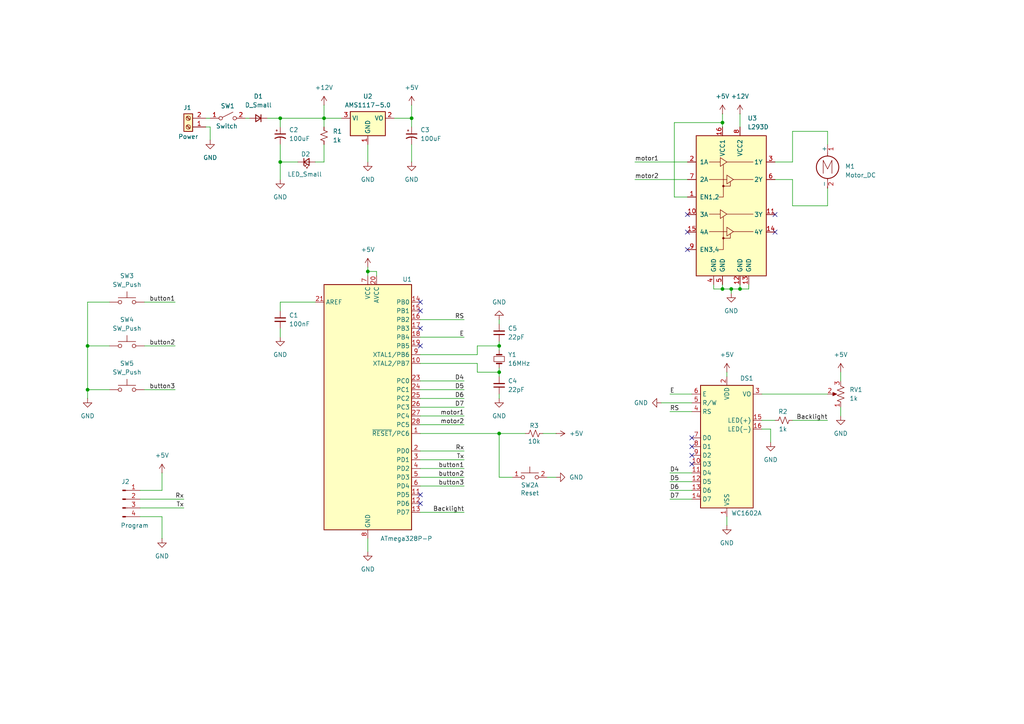
<source format=kicad_sch>
(kicad_sch (version 20231120) (generator "eeschema") (generator_version "8.0")
  (paper "A4")
  (lib_symbols
    (symbol "Connector:Conn_01x04_Pin" (pin_names (offset 1.016) hide)
      (property "Reference" "J" (at 0 5.08 0))
      (property "Value" "Conn_01x04_Pin" (at 0 -7.62 0))
      (symbol "Conn_01x04_Pin_1_1"
        (polyline (pts (xy 1.27 -5.08) (xy 0.8636 -5.08)) (stroke (width 0.1524)))
        (polyline (pts (xy 1.27 -2.54) (xy 0.8636 -2.54)) (stroke (width 0.1524)))
        (polyline (pts (xy 1.27 0) (xy 0.8636 0)) (stroke (width 0.1524)))
        (polyline (pts (xy 1.27 2.54) (xy 0.8636 2.54)) (stroke (width 0.1524)))
        (rectangle (start 0.8636 -4.953) (end 0 -5.207) (stroke (width 0.1524)) (fill (type outline)))
        (rectangle (start 0.8636 -2.413) (end 0 -2.667) (stroke (width 0.1524)) (fill (type outline)))
        (rectangle (start 0.8636 0.127) (end 0 -0.127) (stroke (width 0.1524)) (fill (type outline)))
        (rectangle (start 0.8636 2.667) (end 0 2.413) (stroke (width 0.1524)) (fill (type outline)))
        (pin passive line (at 5.08 2.54 180) (length 3.81) (name "Pin_1") (number "1"))
        (pin passive line (at 5.08 0 180) (length 3.81) (name "Pin_2") (number "2"))
        (pin passive line (at 5.08 -2.54 180) (length 3.81) (name "Pin_3") (number "3"))
        (pin passive line (at 5.08 -5.08 180) (length 3.81) (name "Pin_4") (number "4"))
      )
    )
    (symbol "Connector:Screw_Terminal_01x02" (pin_names (offset 1.016) hide)
      (property "Reference" "J" (at 0 2.54 0))
      (property "Value" "Screw_Terminal_01x02" (at 0 -5.08 0))
      (symbol "Screw_Terminal_01x02_1_1"
        (rectangle (start -1.27 1.27) (end 1.27 -3.81) (stroke (width 0.254)) (fill (type background)))
        (circle (center 0 -2.54) (radius 0.635) (stroke (width 0.1524)))
        (polyline (pts (xy -0.5334 -2.2098) (xy 0.3302 -3.048)) (stroke (width 0.1524)))
        (polyline (pts (xy -0.5334 0.3302) (xy 0.3302 -0.508)) (stroke (width 0.1524)))
        (polyline (pts (xy -0.3556 -2.032) (xy 0.508 -2.8702)) (stroke (width 0.1524)))
        (polyline (pts (xy -0.3556 0.508) (xy 0.508 -0.3302)) (stroke (width 0.1524)))
        (circle (center 0 0) (radius 0.635) (stroke (width 0.1524)))
        (pin passive line (at -5.08 0 0) (length 3.81) (name "Pin_1") (number "1"))
        (pin passive line (at -5.08 -2.54 0) (length 3.81) (name "Pin_2") (number "2"))
      )
    )
    (symbol "Device:C_Polarized_Small_US" (pin_numbers hide) (pin_names (offset 0.254) hide)
      (property "Reference" "C" (at 0.254 1.778 0))
      (property "Value" "C_Polarized_Small_US" (at 0.254 -2.032 0))
      (symbol "C_Polarized_Small_US_0_1"
        (polyline (pts (xy -1.524 0.508) (xy 1.524 0.508)) (stroke (width 0.3048)))
        (polyline (pts (xy -1.27 1.524) (xy -0.762 1.524)))
        (polyline (pts (xy -1.016 1.27) (xy -1.016 1.778)))
        (arc (start 1.524 -0.762) (mid 0 -0.3734) (end -1.524 -0.762) (stroke (width 0.3048)))
      )
      (symbol "C_Polarized_Small_US_1_1"
        (pin passive line (at 0 2.54 270) (length 2.032) (name "~") (number "1"))
        (pin passive line (at 0 -2.54 90) (length 2.032) (name "~") (number "2"))
      )
    )
    (symbol "Device:C_Small" (pin_numbers hide) (pin_names (offset 0.254) hide)
      (property "Reference" "C" (at 0.254 1.778 0))
      (property "Value" "C_Small" (at 0.254 -2.032 0))
      (symbol "C_Small_0_1"
        (polyline (pts (xy -1.524 -0.508) (xy 1.524 -0.508)) (stroke (width 0.3302)))
        (polyline (pts (xy -1.524 0.508) (xy 1.524 0.508)) (stroke (width 0.3048)))
      )
      (symbol "C_Small_1_1"
        (pin passive line (at 0 2.54 270) (length 2.032) (name "~") (number "1"))
        (pin passive line (at 0 -2.54 90) (length 2.032) (name "~") (number "2"))
      )
    )
    (symbol "Device:Crystal_Small" (pin_numbers hide) (pin_names (offset 1.016) hide)
      (property "Reference" "Y" (at 0 2.54 0))
      (property "Value" "Crystal_Small" (at 0 -2.54 0))
      (symbol "Crystal_Small_0_1"
        (rectangle (start -0.762 -1.524) (end 0.762 1.524))
        (polyline (pts (xy -1.27 -0.762) (xy -1.27 0.762)) (stroke (width 0.381)))
        (polyline (pts (xy 1.27 -0.762) (xy 1.27 0.762)) (stroke (width 0.381)))
      )
      (symbol "Crystal_Small_1_1"
        (pin passive line (at -2.54 0 0) (length 1.27) (name "1") (number "1"))
        (pin passive line (at 2.54 0 180) (length 1.27) (name "2") (number "2"))
      )
    )
    (symbol "Device:D_Small" (pin_numbers hide) (pin_names (offset 0.254) hide)
      (property "Reference" "D" (at -1.27 2.032 0))
      (property "Value" "D_Small" (at -3.81 -2.032 0))
      (symbol "D_Small_0_1"
        (polyline (pts (xy -0.762 -1.016) (xy -0.762 1.016)) (stroke (width 0.254)))
        (polyline (pts (xy -0.762 0) (xy 0.762 0)))
        (polyline (pts (xy 0.762 -1.016) (xy -0.762 0) (xy 0.762 1.016) (xy 0.762 -1.016)) (stroke (width 0.254)))
      )
      (symbol "D_Small_1_1"
        (pin passive line (at -2.54 0 0) (length 1.778) (name "K") (number "1"))
        (pin passive line (at 2.54 0 180) (length 1.778) (name "A") (number "2"))
      )
    )
    (symbol "Device:LED_Small" (pin_numbers hide) (pin_names (offset 0.254) hide)
      (property "Reference" "D" (at -1.27 3.175 0))
      (property "Value" "LED_Small" (at -4.445 -2.54 0))
      (symbol "LED_Small_0_1"
        (polyline (pts (xy -0.762 -1.016) (xy -0.762 1.016)) (stroke (width 0.254)))
        (polyline (pts (xy 1.016 0) (xy -0.762 0)))
        (polyline (pts (xy 0.762 -1.016) (xy -0.762 0) (xy 0.762 1.016) (xy 0.762 -1.016)) (stroke (width 0.254)))
        (polyline (pts (xy 0 0.762) (xy -0.508 1.27) (xy -0.254 1.27) (xy -0.508 1.27) (xy -0.508 1.016)))
        (polyline (pts (xy 0.508 1.27) (xy 0 1.778) (xy 0.254 1.778) (xy 0 1.778) (xy 0 1.524)))
      )
      (symbol "LED_Small_1_1"
        (pin passive line (at -2.54 0 0) (length 1.778) (name "K") (number "1"))
        (pin passive line (at 2.54 0 180) (length 1.778) (name "A") (number "2"))
      )
    )
    (symbol "Device:R_Potentiometer_US" (pin_names (offset 1.016) hide)
      (property "Reference" "RV" (at -4.445 0 90))
      (property "Value" "R_Potentiometer_US" (at -2.54 0 90))
      (symbol "R_Potentiometer_US_0_1"
        (polyline (pts (xy 0 -2.286) (xy 0 -2.54)))
        (polyline (pts (xy 0 2.54) (xy 0 2.286)))
        (polyline (pts (xy 2.54 0) (xy 1.524 0)))
        (polyline (pts (xy 1.143 0) (xy 2.286 0.508) (xy 2.286 -0.508) (xy 1.143 0)) (fill (type outline)))
        (polyline (pts (xy 0 -0.762) (xy 1.016 -1.143) (xy 0 -1.524) (xy -1.016 -1.905) (xy 0 -2.286)))
        (polyline (pts (xy 0 0.762) (xy 1.016 0.381) (xy 0 0) (xy -1.016 -0.381) (xy 0 -0.762)))
        (polyline (pts (xy 0 2.286) (xy 1.016 1.905) (xy 0 1.524) (xy -1.016 1.143) (xy 0 0.762)))
      )
      (symbol "R_Potentiometer_US_1_1"
        (pin passive line (at 0 3.81 270) (length 1.27) (name "1") (number "1"))
        (pin passive line (at 3.81 0 180) (length 1.27) (name "2") (number "2"))
        (pin passive line (at 0 -3.81 90) (length 1.27) (name "3") (number "3"))
      )
    )
    (symbol "Device:R_Small_US" (pin_numbers hide) (pin_names (offset 0.254) hide)
      (property "Reference" "R" (at 0.762 0.508 0))
      (property "Value" "R_Small_US" (at 0.762 -1.016 0))
      (symbol "R_Small_US_1_1"
        (polyline (pts (xy 0 0) (xy 1.016 -0.381) (xy 0 -0.762) (xy -1.016 -1.143) (xy 0 -1.524)))
        (polyline (pts (xy 0 1.524) (xy 1.016 1.143) (xy 0 0.762) (xy -1.016 0.381) (xy 0 0)))
        (pin passive line (at 0 2.54 270) (length 1.016) (name "~") (number "1"))
        (pin passive line (at 0 -2.54 90) (length 1.016) (name "~") (number "2"))
      )
    )
    (symbol "Display_Character:WC1602A"
      (property "Reference" "DS" (at -5.842 19.05 0))
      (property "Value" "WC1602A" (at 5.334 19.05 0))
      (symbol "WC1602A_1_1"
        (rectangle (start -7.62 17.78) (end 7.62 -17.78) (stroke (width 0.254)) (fill (type background)))
        (pin power_in line (at 0 -20.32 90) (length 2.54) (name "VSS") (number "1"))
        (pin input line (at -10.16 -5.08 0) (length 2.54) (name "D3") (number "10"))
        (pin input line (at -10.16 -7.62 0) (length 2.54) (name "D4") (number "11"))
        (pin input line (at -10.16 -10.16 0) (length 2.54) (name "D5") (number "12"))
        (pin input line (at -10.16 -12.7 0) (length 2.54) (name "D6") (number "13"))
        (pin input line (at -10.16 -15.24 0) (length 2.54) (name "D7") (number "14"))
        (pin power_in line (at 10.16 7.62 180) (length 2.54) (name "LED(+)") (number "15"))
        (pin power_in line (at 10.16 5.08 180) (length 2.54) (name "LED(-)") (number "16"))
        (pin power_in line (at 0 20.32 270) (length 2.54) (name "VDD") (number "2"))
        (pin input line (at 10.16 15.24 180) (length 2.54) (name "VO") (number "3"))
        (pin input line (at -10.16 10.16 0) (length 2.54) (name "RS") (number "4"))
        (pin input line (at -10.16 12.7 0) (length 2.54) (name "R/W") (number "5"))
        (pin input line (at -10.16 15.24 0) (length 2.54) (name "E") (number "6"))
        (pin input line (at -10.16 2.54 0) (length 2.54) (name "D0") (number "7"))
        (pin input line (at -10.16 0 0) (length 2.54) (name "D1") (number "8"))
        (pin input line (at -10.16 -2.54 0) (length 2.54) (name "D2") (number "9"))
      )
    )
    (symbol "Driver_Motor:L293D" (pin_names (offset 1.016))
      (property "Reference" "U" (at -5.08 26.035 0))
      (property "Value" "L293D" (at -5.08 24.13 0))
      (symbol "L293D_0_1"
        (rectangle (start -10.16 22.86) (end 10.16 -17.78) (stroke (width 0.254)) (fill (type background)))
        (circle (center -2.286 -6.858) (radius 0.254) (fill (type outline)))
        (circle (center -2.286 8.255) (radius 0.254) (fill (type outline)))
        (polyline (pts (xy -6.35 -4.953) (xy -1.27 -4.953)))
        (polyline (pts (xy -6.35 0.127) (xy -3.175 0.127)))
        (polyline (pts (xy -6.35 10.16) (xy -1.27 10.16)))
        (polyline (pts (xy -6.35 15.24) (xy -3.175 15.24)))
        (polyline (pts (xy -1.27 0.127) (xy 6.35 0.127)))
        (polyline (pts (xy -1.27 15.24) (xy 6.35 15.24)))
        (polyline (pts (xy 0.635 -4.953) (xy 6.35 -4.953)))
        (polyline (pts (xy 0.635 10.16) (xy 6.35 10.16)))
        (polyline (pts (xy -2.286 -6.858) (xy -0.254 -6.858) (xy -0.254 -5.588)))
        (polyline (pts (xy -2.286 -0.635) (xy -2.286 -10.16) (xy -3.556 -10.16)))
        (polyline (pts (xy -2.286 8.255) (xy -0.254 8.255) (xy -0.254 9.525)))
        (polyline (pts (xy -2.286 14.478) (xy -2.286 5.08) (xy -3.556 5.08)))
        (polyline (pts (xy -3.175 1.397) (xy -3.175 -1.143) (xy -1.27 0.127) (xy -3.175 1.397)))
        (polyline (pts (xy -3.175 16.51) (xy -3.175 13.97) (xy -1.27 15.24) (xy -3.175 16.51)))
        (polyline (pts (xy -1.27 -3.683) (xy -1.27 -6.223) (xy 0.635 -4.953) (xy -1.27 -3.683)))
        (polyline (pts (xy -1.27 11.43) (xy -1.27 8.89) (xy 0.635 10.16) (xy -1.27 11.43)))
      )
      (symbol "L293D_1_1"
        (pin input line (at -12.7 5.08 0) (length 2.54) (name "EN1,2") (number "1"))
        (pin input line (at -12.7 0 0) (length 2.54) (name "3A") (number "10"))
        (pin output line (at 12.7 0 180) (length 2.54) (name "3Y") (number "11"))
        (pin power_in line (at 2.54 -20.32 90) (length 2.54) (name "GND") (number "12"))
        (pin power_in line (at 5.08 -20.32 90) (length 2.54) (name "GND") (number "13"))
        (pin output line (at 12.7 -5.08 180) (length 2.54) (name "4Y") (number "14"))
        (pin input line (at -12.7 -5.08 0) (length 2.54) (name "4A") (number "15"))
        (pin power_in line (at -2.54 25.4 270) (length 2.54) (name "VCC1") (number "16"))
        (pin input line (at -12.7 15.24 0) (length 2.54) (name "1A") (number "2"))
        (pin output line (at 12.7 15.24 180) (length 2.54) (name "1Y") (number "3"))
        (pin power_in line (at -5.08 -20.32 90) (length 2.54) (name "GND") (number "4"))
        (pin power_in line (at -2.54 -20.32 90) (length 2.54) (name "GND") (number "5"))
        (pin output line (at 12.7 10.16 180) (length 2.54) (name "2Y") (number "6"))
        (pin input line (at -12.7 10.16 0) (length 2.54) (name "2A") (number "7"))
        (pin power_in line (at 2.54 25.4 270) (length 2.54) (name "VCC2") (number "8"))
        (pin input line (at -12.7 -10.16 0) (length 2.54) (name "EN3,4") (number "9"))
      )
    )
    (symbol "MCU_Microchip_ATmega:ATmega328P-P"
      (property "Reference" "U" (at -12.7 36.83 0))
      (property "Value" "ATmega328P-P" (at 2.54 -36.83 0))
      (symbol "ATmega328P-P_0_1"
        (rectangle (start -12.7 -35.56) (end 12.7 35.56) (stroke (width 0.254)) (fill (type background)))
      )
      (symbol "ATmega328P-P_1_1"
        (pin bidirectional line (at 15.24 -7.62 180) (length 2.54) (name "~{RESET}/PC6") (number "1"))
        (pin bidirectional line (at 15.24 12.7 180) (length 2.54) (name "XTAL2/PB7") (number "10"))
        (pin bidirectional line (at 15.24 -25.4 180) (length 2.54) (name "PD5") (number "11"))
        (pin bidirectional line (at 15.24 -27.94 180) (length 2.54) (name "PD6") (number "12"))
        (pin bidirectional line (at 15.24 -30.48 180) (length 2.54) (name "PD7") (number "13"))
        (pin bidirectional line (at 15.24 30.48 180) (length 2.54) (name "PB0") (number "14"))
        (pin bidirectional line (at 15.24 27.94 180) (length 2.54) (name "PB1") (number "15"))
        (pin bidirectional line (at 15.24 25.4 180) (length 2.54) (name "PB2") (number "16"))
        (pin bidirectional line (at 15.24 22.86 180) (length 2.54) (name "PB3") (number "17"))
        (pin bidirectional line (at 15.24 20.32 180) (length 2.54) (name "PB4") (number "18"))
        (pin bidirectional line (at 15.24 17.78 180) (length 2.54) (name "PB5") (number "19"))
        (pin bidirectional line (at 15.24 -12.7 180) (length 2.54) (name "PD0") (number "2"))
        (pin power_in line (at 2.54 38.1 270) (length 2.54) (name "AVCC") (number "20"))
        (pin passive line (at -15.24 30.48 0) (length 2.54) (name "AREF") (number "21"))
        (pin passive line (at 0 -38.1 90) (length 2.54) hide (name "GND") (number "22"))
        (pin bidirectional line (at 15.24 7.62 180) (length 2.54) (name "PC0") (number "23"))
        (pin bidirectional line (at 15.24 5.08 180) (length 2.54) (name "PC1") (number "24"))
        (pin bidirectional line (at 15.24 2.54 180) (length 2.54) (name "PC2") (number "25"))
        (pin bidirectional line (at 15.24 0 180) (length 2.54) (name "PC3") (number "26"))
        (pin bidirectional line (at 15.24 -2.54 180) (length 2.54) (name "PC4") (number "27"))
        (pin bidirectional line (at 15.24 -5.08 180) (length 2.54) (name "PC5") (number "28"))
        (pin bidirectional line (at 15.24 -15.24 180) (length 2.54) (name "PD1") (number "3"))
        (pin bidirectional line (at 15.24 -17.78 180) (length 2.54) (name "PD2") (number "4"))
        (pin bidirectional line (at 15.24 -20.32 180) (length 2.54) (name "PD3") (number "5"))
        (pin bidirectional line (at 15.24 -22.86 180) (length 2.54) (name "PD4") (number "6"))
        (pin power_in line (at 0 38.1 270) (length 2.54) (name "VCC") (number "7"))
        (pin power_in line (at 0 -38.1 90) (length 2.54) (name "GND") (number "8"))
        (pin bidirectional line (at 15.24 15.24 180) (length 2.54) (name "XTAL1/PB6") (number "9"))
      )
    )
    (symbol "Motor:Motor_DC" (pin_names (offset 0))
      (property "Reference" "M" (at 2.54 2.54 0))
      (property "Value" "Motor_DC" (at 2.54 -5.08 0))
      (symbol "Motor_DC_0_0"
        (polyline (pts (xy -1.27 -3.302) (xy -1.27 0.508) (xy 0 -2.032) (xy 1.27 0.508) (xy 1.27 -3.302)))
      )
      (symbol "Motor_DC_0_1"
        (circle (center 0 -1.524) (radius 3.2512) (stroke (width 0.254)))
        (polyline (pts (xy 0 -7.62) (xy 0 -7.112)))
        (polyline (pts (xy 0 -4.7752) (xy 0 -5.1816)))
        (polyline (pts (xy 0 1.7272) (xy 0 2.0828)))
        (polyline (pts (xy 0 2.032) (xy 0 2.54)))
      )
      (symbol "Motor_DC_1_1"
        (pin passive line (at 0 5.08 270) (length 2.54) (name "+") (number "1"))
        (pin passive line (at 0 -7.62 90) (length 2.54) (name "-") (number "2"))
      )
    )
    (symbol "Regulator_Linear:AMS1117-5.0"
      (property "Reference" "U" (at -3.81 3.175 0))
      (property "Value" "AMS1117-5.0" (at 0 3.175 0))
      (symbol "AMS1117-5.0_0_1"
        (rectangle (start -5.08 -5.08) (end 5.08 1.905) (stroke (width 0.254)) (fill (type background)))
      )
      (symbol "AMS1117-5.0_1_1"
        (pin power_in line (at 0 -7.62 90) (length 2.54) (name "GND") (number "1"))
        (pin power_out line (at 7.62 0 180) (length 2.54) (name "VO") (number "2"))
        (pin power_in line (at -7.62 0 0) (length 2.54) (name "VI") (number "3"))
      )
    )
    (symbol "Switch:SW_Push" (pin_numbers hide) (pin_names (offset 1.016) hide)
      (property "Reference" "SW" (at 1.27 2.54 0))
      (property "Value" "SW_Push" (at 0 -1.524 0))
      (symbol "SW_Push_0_1"
        (circle (center -2.032 0) (radius 0.508))
        (polyline (pts (xy 0 1.27) (xy 0 3.048)))
        (polyline (pts (xy 2.54 1.27) (xy -2.54 1.27)))
        (circle (center 2.032 0) (radius 0.508))
        (pin passive line (at -5.08 0 0) (length 2.54) (name "1") (number "1"))
        (pin passive line (at 5.08 0 180) (length 2.54) (name "2") (number "2"))
      )
    )
    (symbol "Switch:SW_Push_Dual_x2" (pin_names (offset 1.016) hide)
      (property "Reference" "SW" (at 1.27 2.54 0))
      (property "Value" "SW_Push_Dual_x2" (at 0 -1.524 0))
      (symbol "SW_Push_Dual_x2_0_1"
        (circle (center -2.032 0) (radius 0.508))
        (polyline (pts (xy 0 1.27) (xy 0 3.048)))
        (polyline (pts (xy 2.54 1.27) (xy -2.54 1.27)))
        (circle (center 2.032 0) (radius 0.508))
      )
      (symbol "SW_Push_Dual_x2_1_1"
        (pin passive line (at -5.08 0 0) (length 2.54) (name "C") (number "1"))
        (pin passive line (at 5.08 0 180) (length 2.54) (name "D") (number "2"))
      )
      (symbol "SW_Push_Dual_x2_2_1"
        (pin passive line (at -5.08 0 0) (length 2.54) (name "C") (number "3"))
        (pin passive line (at 5.08 0 180) (length 2.54) (name "D") (number "4"))
      )
    )
    (symbol "Switch:SW_SPST" (pin_names (offset 0) hide)
      (property "Reference" "SW" (at 0 3.175 0))
      (property "Value" "SW_SPST" (at 0 -2.54 0))
      (symbol "SW_SPST_0_0"
        (circle (center -2.032 0) (radius 0.508))
        (polyline (pts (xy -1.524 0.254) (xy 1.524 1.778)))
        (circle (center 2.032 0) (radius 0.508))
      )
      (symbol "SW_SPST_1_1"
        (pin passive line (at -5.08 0 0) (length 2.54) (name "A") (number "1"))
        (pin passive line (at 5.08 0 180) (length 2.54) (name "B") (number "2"))
      )
    )
    (symbol "power:+12V" (power) (pin_numbers hide) (pin_names (offset 0) hide)
      (property "Value" "+12V" (at 0 3.556 0))
      (symbol "+12V_0_1"
        (polyline (pts (xy -0.762 1.27) (xy 0 2.54)))
        (polyline (pts (xy 0 0) (xy 0 2.54)))
        (polyline (pts (xy 0 2.54) (xy 0.762 1.27)))
      )
      (symbol "+12V_1_1"
        (pin power_in line (at 0 0 90) (length 0) (name "~") (number "1"))
      )
    )
    (symbol "power:+5V" (power) (pin_numbers hide) (pin_names (offset 0) hide)
      (property "Value" "+5V" (at 0 3.556 0))
      (symbol "+5V_0_1"
        (polyline (pts (xy -0.762 1.27) (xy 0 2.54)))
        (polyline (pts (xy 0 0) (xy 0 2.54)))
        (polyline (pts (xy 0 2.54) (xy 0.762 1.27)))
      )
      (symbol "+5V_1_1"
        (pin power_in line (at 0 0 90) (length 0) (name "~") (number "1"))
      )
    )
    (symbol "power:GND" (power) (pin_numbers hide) (pin_names (offset 0) hide)
      (property "Value" "GND" (at 0 -3.81 0))
      (symbol "GND_0_1"
        (polyline (pts (xy 0 0) (xy 0 -1.27) (xy 1.27 -1.27) (xy 0 -2.54) (xy -1.27 -1.27) (xy 0 -1.27)))
      )
      (symbol "GND_1_1"
        (pin power_in line (at 0 0 270) (length 0) (name "~") (number "1"))
      )
    )
  )
  (junction (at 212.09 83.82))
  (junction (at 106.68 78.74))
  (junction (at 93.98 34.29))
  (junction (at 209.55 35.56))
  (junction (at 144.78 125.73))
  (junction (at 144.78 107.95))
  (junction (at 25.4 113.03))
  (junction (at 81.28 46.99))
  (junction (at 214.63 83.82))
  (junction (at 209.55 83.82))
  (junction (at 25.4 100.33))
  (junction (at 81.28 34.29))
  (junction (at 119.38 34.29))
  (junction (at 144.78 100.33))
  (no_connect (at 121.92 146.05))
  (no_connect (at 121.92 90.17))
  (no_connect (at 199.39 72.39))
  (no_connect (at 224.79 67.31))
  (no_connect (at 200.66 132.08))
  (no_connect (at 121.92 95.25))
  (no_connect (at 199.39 62.23))
  (no_connect (at 200.66 134.62))
  (no_connect (at 121.92 143.51))
  (no_connect (at 121.92 100.33))
  (no_connect (at 224.79 62.23))
  (no_connect (at 200.66 129.54))
  (no_connect (at 199.39 67.31))
  (no_connect (at 200.66 127))
  (no_connect (at 121.92 87.63))
  (wire (pts (xy 194.31 142.24) (xy 200.66 142.24)))
  (wire (pts (xy 195.58 57.15) (xy 195.58 35.56)))
  (wire (pts (xy 144.78 138.43) (xy 148.59 138.43)))
  (wire (pts (xy 121.92 115.57) (xy 134.62 115.57)))
  (wire (pts (xy 119.38 34.29) (xy 119.38 36.83)))
  (wire (pts (xy 121.92 120.65) (xy 134.62 120.65)))
  (wire (pts (xy 243.84 107.95) (xy 243.84 110.49)))
  (wire (pts (xy 121.92 97.79) (xy 134.62 97.79)))
  (wire (pts (xy 109.22 80.01) (xy 109.22 78.74)))
  (wire (pts (xy 41.91 100.33) (xy 50.8 100.33)))
  (wire (pts (xy 184.15 46.99) (xy 199.39 46.99)))
  (wire (pts (xy 106.68 78.74) (xy 106.68 80.01)))
  (wire (pts (xy 41.91 87.63) (xy 50.8 87.63)))
  (wire (pts (xy 121.92 130.81) (xy 134.62 130.81)))
  (wire (pts (xy 229.87 38.1) (xy 240.03 38.1)))
  (wire (pts (xy 144.78 99.06) (xy 144.78 100.33)))
  (wire (pts (xy 91.44 87.63) (xy 81.28 87.63)))
  (wire (pts (xy 212.09 85.09) (xy 212.09 83.82)))
  (wire (pts (xy 93.98 30.48) (xy 93.98 34.29)))
  (wire (pts (xy 91.44 46.99) (xy 93.98 46.99)))
  (wire (pts (xy 144.78 106.68) (xy 144.78 107.95)))
  (wire (pts (xy 210.82 107.95) (xy 210.82 109.22)))
  (wire (pts (xy 25.4 100.33) (xy 31.75 100.33)))
  (wire (pts (xy 138.43 107.95) (xy 144.78 107.95)))
  (wire (pts (xy 81.28 46.99) (xy 81.28 41.91)))
  (wire (pts (xy 121.92 118.11) (xy 134.62 118.11)))
  (wire (pts (xy 243.84 118.11) (xy 243.84 120.65)))
  (wire (pts (xy 121.92 140.97) (xy 134.62 140.97)))
  (wire (pts (xy 77.47 34.29) (xy 81.28 34.29)))
  (wire (pts (xy 229.87 59.69) (xy 240.03 59.69)))
  (wire (pts (xy 60.96 36.83) (xy 60.96 40.64)))
  (wire (pts (xy 119.38 30.48) (xy 119.38 34.29)))
  (wire (pts (xy 60.96 34.29) (xy 59.69 34.29)))
  (wire (pts (xy 31.75 87.63) (xy 25.4 87.63)))
  (wire (pts (xy 210.82 149.86) (xy 210.82 152.4)))
  (wire (pts (xy 209.55 82.55) (xy 209.55 83.82)))
  (wire (pts (xy 121.92 135.89) (xy 134.62 135.89)))
  (wire (pts (xy 157.48 125.73) (xy 161.29 125.73)))
  (wire (pts (xy 144.78 125.73) (xy 144.78 138.43)))
  (wire (pts (xy 229.87 121.92) (xy 240.03 121.92)))
  (wire (pts (xy 25.4 100.33) (xy 25.4 113.03)))
  (wire (pts (xy 144.78 92.71) (xy 144.78 93.98)))
  (wire (pts (xy 214.63 33.02) (xy 214.63 36.83)))
  (wire (pts (xy 81.28 34.29) (xy 93.98 34.29)))
  (wire (pts (xy 209.55 33.02) (xy 209.55 35.56)))
  (wire (pts (xy 106.68 41.91) (xy 106.68 46.99)))
  (wire (pts (xy 121.92 92.71) (xy 134.62 92.71)))
  (wire (pts (xy 214.63 82.55) (xy 214.63 83.82)))
  (wire (pts (xy 195.58 35.56) (xy 209.55 35.56)))
  (wire (pts (xy 40.64 142.24) (xy 46.99 142.24)))
  (wire (pts (xy 212.09 83.82) (xy 214.63 83.82)))
  (wire (pts (xy 106.68 156.21) (xy 106.68 160.02)))
  (wire (pts (xy 86.36 46.99) (xy 81.28 46.99)))
  (wire (pts (xy 138.43 105.41) (xy 138.43 107.95)))
  (wire (pts (xy 209.55 83.82) (xy 212.09 83.82)))
  (wire (pts (xy 81.28 95.25) (xy 81.28 97.79)))
  (wire (pts (xy 194.31 137.16) (xy 200.66 137.16)))
  (wire (pts (xy 121.92 123.19) (xy 134.62 123.19)))
  (wire (pts (xy 93.98 34.29) (xy 99.06 34.29)))
  (wire (pts (xy 138.43 100.33) (xy 138.43 102.87)))
  (wire (pts (xy 144.78 125.73) (xy 152.4 125.73)))
  (wire (pts (xy 81.28 46.99) (xy 81.28 52.07)))
  (wire (pts (xy 59.69 36.83) (xy 60.96 36.83)))
  (wire (pts (xy 121.92 148.59) (xy 134.62 148.59)))
  (wire (pts (xy 138.43 102.87) (xy 121.92 102.87)))
  (wire (pts (xy 121.92 133.35) (xy 134.62 133.35)))
  (wire (pts (xy 41.91 113.03) (xy 50.8 113.03)))
  (wire (pts (xy 40.64 149.86) (xy 46.99 149.86)))
  (wire (pts (xy 46.99 142.24) (xy 46.99 137.16)))
  (wire (pts (xy 224.79 46.99) (xy 229.87 46.99)))
  (wire (pts (xy 229.87 46.99) (xy 229.87 38.1)))
  (wire (pts (xy 194.31 114.3) (xy 200.66 114.3)))
  (wire (pts (xy 207.01 83.82) (xy 209.55 83.82)))
  (wire (pts (xy 229.87 52.07) (xy 229.87 59.69)))
  (wire (pts (xy 209.55 35.56) (xy 209.55 36.83)))
  (wire (pts (xy 194.31 139.7) (xy 200.66 139.7)))
  (wire (pts (xy 220.98 114.3) (xy 240.03 114.3)))
  (wire (pts (xy 144.78 100.33) (xy 144.78 101.6)))
  (wire (pts (xy 194.31 144.78) (xy 200.66 144.78)))
  (wire (pts (xy 46.99 149.86) (xy 46.99 156.21)))
  (wire (pts (xy 199.39 57.15) (xy 195.58 57.15)))
  (wire (pts (xy 158.75 138.43) (xy 161.29 138.43)))
  (wire (pts (xy 207.01 82.55) (xy 207.01 83.82)))
  (wire (pts (xy 191.77 116.84) (xy 200.66 116.84)))
  (wire (pts (xy 240.03 38.1) (xy 240.03 41.91)))
  (wire (pts (xy 220.98 121.92) (xy 224.79 121.92)))
  (wire (pts (xy 121.92 125.73) (xy 144.78 125.73)))
  (wire (pts (xy 114.3 34.29) (xy 119.38 34.29)))
  (wire (pts (xy 81.28 87.63) (xy 81.28 90.17)))
  (wire (pts (xy 121.92 110.49) (xy 134.62 110.49)))
  (wire (pts (xy 223.52 124.46) (xy 223.52 128.27)))
  (wire (pts (xy 144.78 100.33) (xy 138.43 100.33)))
  (wire (pts (xy 81.28 34.29) (xy 81.28 36.83)))
  (wire (pts (xy 40.64 147.32) (xy 53.34 147.32)))
  (wire (pts (xy 40.64 144.78) (xy 53.34 144.78)))
  (wire (pts (xy 93.98 46.99) (xy 93.98 41.91)))
  (wire (pts (xy 144.78 107.95) (xy 144.78 109.22)))
  (wire (pts (xy 184.15 52.07) (xy 199.39 52.07)))
  (wire (pts (xy 71.12 34.29) (xy 72.39 34.29)))
  (wire (pts (xy 25.4 113.03) (xy 25.4 115.57)))
  (wire (pts (xy 194.31 119.38) (xy 200.66 119.38)))
  (wire (pts (xy 121.92 105.41) (xy 138.43 105.41)))
  (wire (pts (xy 121.92 113.03) (xy 134.62 113.03)))
  (wire (pts (xy 109.22 78.74) (xy 106.68 78.74)))
  (wire (pts (xy 93.98 34.29) (xy 93.98 36.83)))
  (wire (pts (xy 106.68 78.74) (xy 106.68 77.47)))
  (wire (pts (xy 240.03 59.69) (xy 240.03 54.61)))
  (wire (pts (xy 144.78 114.3) (xy 144.78 115.57)))
  (wire (pts (xy 214.63 83.82) (xy 217.17 83.82)))
  (wire (pts (xy 217.17 83.82) (xy 217.17 82.55)))
  (wire (pts (xy 25.4 87.63) (xy 25.4 100.33)))
  (wire (pts (xy 25.4 113.03) (xy 31.75 113.03)))
  (wire (pts (xy 220.98 124.46) (xy 223.52 124.46)))
  (wire (pts (xy 121.92 138.43) (xy 134.62 138.43)))
  (wire (pts (xy 224.79 52.07) (xy 229.87 52.07)))
  (wire (pts (xy 119.38 41.91) (xy 119.38 46.99)))
  (label "Backlight" (at 134.62 148.59 180))
  (label "Tx" (at 134.62 133.35 180))
  (label "D4" (at 134.62 110.49 180))
  (label "RS" (at 134.62 92.71 180))
  (label "D7" (at 194.31 144.78 0))
  (label "D6" (at 134.62 115.57 180))
  (label "motor1" (at 134.62 120.65 180))
  (label "Tx" (at 53.34 147.32 180))
  (label "button3" (at 134.62 140.97 180))
  (label "Backlight" (at 240.03 121.92 180))
  (label "D6" (at 194.31 142.24 0))
  (label "E" (at 194.31 114.3 0))
  (label "button1" (at 134.62 135.89 180))
  (label "E" (at 134.62 97.79 180))
  (label "D7" (at 134.62 118.11 180))
  (label "button1" (at 50.8 87.63 180))
  (label "Rx" (at 53.34 144.78 180))
  (label "button2" (at 134.62 138.43 180))
  (label "motor1" (at 184.15 46.99 0))
  (label "button3" (at 50.8 113.03 180))
  (label "button2" (at 50.8 100.33 180))
  (label "D4" (at 194.31 137.16 0))
  (label "motor2" (at 134.62 123.19 180))
  (label "D5" (at 134.62 113.03 180))
  (label "D5" (at 194.31 139.7 0))
  (label "motor2" (at 184.15 52.07 0))
  (label "RS" (at 194.31 119.38 0))
  (label "Rx" (at 134.62 130.81 180))
  (symbol (lib_id "Switch:SW_Push_Dual_x2") (at 153.67 138.43 0) (unit 1)
    (property "Reference" "SW2" (at 153.67 140.716 0))
    (property "Value" "Reset" (at 153.67 143.002 0))
    (property "Footprint" "Button_Switch_THT:SW_PUSH_6mm" (effects (hide yes)))
    (property "Description" "Push button switch, generic, separate symbols, four pins" (effects (hide yes)))
  )
  (symbol (lib_id "Switch:SW_Push") (at 36.83 100.33 0) (unit 1)
    (property "Reference" "SW4" (at 36.83 92.71 0))
    (property "Value" "SW_Push" (at 36.83 95.25 0))
    (property "Footprint" "TestPoint:TestPoint_2Pads_Pitch2.54mm_Drill0.8mm" (effects (hide yes)))
    (property "Description" "Push button switch, generic, two pins" (effects (hide yes)))
  )
  (symbol (lib_id "Switch:SW_Push") (at 36.83 87.63 0) (unit 1)
    (property "Reference" "SW3" (at 36.83 80.01 0))
    (property "Value" "SW_Push" (at 36.83 82.55 0))
    (property "Footprint" "TestPoint:TestPoint_2Pads_Pitch2.54mm_Drill0.8mm" (effects (hide yes)))
    (property "Description" "Push button switch, generic, two pins" (effects (hide yes)))
  )
  (symbol (lib_id "power:GND") (at 144.78 92.71 180) (unit 1)
    (property "Reference" "#PWR011" (effects (hide yes)))
    (property "Value" "GND" (at 144.78 87.63 0))
    (property "Description" "Power symbol creates a global label with name \"GND\" , ground" (effects (hide yes)))
  )
  (symbol (lib_id "power:+5V") (at 243.84 107.95 0) (unit 1)
    (property "Reference" "#PWR018" (effects (hide yes)))
    (property "Value" "+5V" (at 243.84 102.87 0))
    (property "Description" "Power symbol creates a global label with name \"+5V\"" (effects (hide yes)))
  )
  (symbol (lib_id "power:GND") (at 212.09 85.09 0) (unit 1)
    (property "Reference" "#PWR012" (effects (hide yes)))
    (property "Value" "GND" (at 212.09 90.17 0))
    (property "Description" "Power symbol creates a global label with name \"GND\" , ground" (effects (hide yes)))
  )
  (symbol (lib_id "Device:LED_Small") (at 88.9 46.99 0) (mirror x) (unit 1)
    (property "Reference" "D2" (at 88.646 44.704 0))
    (property "Value" "LED_Small" (at 88.392 50.546 0))
    (property "Footprint" "LED_THT:LED_D3.0mm" (effects (hide yes)))
    (property "Description" "Light emitting diode, small symbol" (effects (hide yes)))
  )
  (symbol (lib_id "Device:Crystal_Small") (at 144.78 104.14 90) (unit 1)
    (property "Reference" "Y1" (at 147.32 102.8699 90) (effects (justify right)))
    (property "Value" "16MHz" (at 147.32 105.4099 90) (effects (justify right)))
    (property "Footprint" "Crystal:Crystal_HC50_Vertical" (effects (hide yes)))
    (property "Description" "Two pin crystal, small symbol" (effects (hide yes)))
  )
  (symbol (lib_id "power:GND") (at 106.68 160.02 0) (unit 1)
    (property "Reference" "#PWR09" (effects (hide yes)))
    (property "Value" "GND" (at 106.68 165.1 0))
    (property "Description" "Power symbol creates a global label with name \"GND\" , ground" (effects (hide yes)))
  )
  (symbol (lib_id "power:+12V") (at 214.63 33.02 0) (unit 1)
    (property "Reference" "#PWR014" (effects (hide yes)))
    (property "Value" "+12V" (at 214.63 27.94 0))
    (property "Description" "Power symbol creates a global label with name \"+12V\"" (effects (hide yes)))
  )
  (symbol (lib_id "power:GND") (at 46.99 156.21 0) (unit 1)
    (property "Reference" "#PWR025" (effects (hide yes)))
    (property "Value" "GND" (at 46.99 161.29 0))
    (property "Description" "Power symbol creates a global label with name \"GND\" , ground" (effects (hide yes)))
  )
  (symbol (lib_id "power:+5V") (at 210.82 107.95 0) (unit 1)
    (property "Reference" "#PWR017" (effects (hide yes)))
    (property "Value" "+5V" (at 210.82 102.87 0))
    (property "Description" "Power symbol creates a global label with name \"+5V\"" (effects (hide yes)))
  )
  (symbol (lib_id "Device:D_Small") (at 74.93 34.29 180) (unit 1)
    (property "Reference" "D1" (at 74.93 27.94 0))
    (property "Value" "D_Small" (at 74.93 30.48 0))
    (property "Footprint" "Diode_THT:D_A-405_P10.16mm_Horizontal" (effects (hide yes)))
    (property "Description" "Diode, small symbol" (effects (hide yes)))
    (property "Sim.Device" "D" (effects (hide yes)))
    (property "Sim.Pins" "1=K 2=A" (effects (hide yes)))
  )
  (symbol (lib_id "power:+12V") (at 93.98 30.48 0) (unit 1)
    (property "Reference" "#PWR06" (effects (hide yes)))
    (property "Value" "+12V" (at 93.98 25.4 0))
    (property "Description" "Power symbol creates a global label with name \"+12V\"" (effects (hide yes)))
  )
  (symbol (lib_id "Regulator_Linear:AMS1117-5.0") (at 106.68 34.29 0) (unit 1)
    (property "Reference" "U2" (at 106.68 27.94 0))
    (property "Value" "AMS1117-5.0" (at 106.68 30.48 0))
    (property "Footprint" "Package_TO_SOT_SMD:SOT-223-3_TabPin2" (effects (hide yes)))
    (property "Datasheet" "http://www.advanced-monolithic.com/pdf/ds1117.pdf" (effects (hide yes)))
    (property "Description" "1A Low Dropout regulator, positive, 5.0V fixed output, SOT-223" (effects (hide yes)))
  )
  (symbol (lib_id "Device:C_Polarized_Small_US") (at 119.38 39.37 0) (unit 1)
    (property "Reference" "C3" (at 121.92 37.6681 0) (effects (justify left)))
    (property "Value" "100uF" (at 121.92 40.2081 0) (effects (justify left)))
    (property "Footprint" "Capacitor_THT:CP_Radial_D5.0mm_P2.50mm" (effects (hide yes)))
    (property "Description" "Polarized capacitor, small US symbol" (effects (hide yes)))
  )
  (symbol (lib_id "Device:R_Potentiometer_US") (at 243.84 114.3 180) (unit 1)
    (property "Reference" "RV1" (at 246.38 113.0299 0) (effects (justify right)))
    (property "Value" "1k" (at 246.38 115.5699 0) (effects (justify right)))
    (property "Footprint" "Potentiometer_THT:Potentiometer_Runtron_RM-065_Vertical" (effects (hide yes)))
    (property "Description" "Potentiometer, US symbol" (effects (hide yes)))
  )
  (symbol (lib_id "power:+5V") (at 209.55 33.02 0) (unit 1)
    (property "Reference" "#PWR013" (effects (hide yes)))
    (property "Value" "+5V" (at 209.55 27.94 0))
    (property "Description" "Power symbol creates a global label with name \"+5V\"" (effects (hide yes)))
  )
  (symbol (lib_id "Motor:Motor_DC") (at 240.03 46.99 0) (unit 1)
    (property "Reference" "M1" (at 245.11 48.2599 0) (effects (justify left)))
    (property "Value" "Motor_DC" (at 245.11 50.7999 0) (effects (justify left)))
    (property "Footprint" "TerminalBlock:TerminalBlock_bornier-2_P5.08mm" (effects (hide yes)))
    (property "Description" "DC Motor" (effects (hide yes)))
  )
  (symbol (lib_id "power:GND") (at 81.28 52.07 0) (unit 1)
    (property "Reference" "#PWR03" (effects (hide yes)))
    (property "Value" "GND" (at 81.28 57.15 0))
    (property "Description" "Power symbol creates a global label with name \"GND\" , ground" (effects (hide yes)))
  )
  (symbol (lib_id "power:GND") (at 191.77 116.84 270) (unit 1)
    (property "Reference" "#PWR020" (effects (hide yes)))
    (property "Value" "GND" (at 187.96 116.8399 90) (effects (justify right)))
    (property "Description" "Power symbol creates a global label with name \"GND\" , ground" (effects (hide yes)))
  )
  (symbol (lib_id "power:+5V") (at 106.68 77.47 0) (unit 1)
    (property "Reference" "#PWR07" (effects (hide yes)))
    (property "Value" "+5V" (at 106.68 72.39 0))
    (property "Description" "Power symbol creates a global label with name \"+5V\"" (effects (hide yes)))
  )
  (symbol (lib_id "power:GND") (at 119.38 46.99 0) (unit 1)
    (property "Reference" "#PWR02" (effects (hide yes)))
    (property "Value" "GND" (at 119.38 52.07 0))
    (property "Description" "Power symbol creates a global label with name \"GND\" , ground" (effects (hide yes)))
  )
  (symbol (lib_id "power:GND") (at 81.28 97.79 0) (unit 1)
    (property "Reference" "#PWR08" (effects (hide yes)))
    (property "Value" "GND" (at 81.28 102.87 0))
    (property "Description" "Power symbol creates a global label with name \"GND\" , ground" (effects (hide yes)))
  )
  (symbol (lib_id "Device:C_Small") (at 144.78 96.52 180) (unit 1)
    (property "Reference" "C5" (at 147.32 95.2435 0) (effects (justify right)))
    (property "Value" "22pF" (at 147.32 97.7835 0) (effects (justify right)))
    (property "Footprint" "Capacitor_THT:C_Disc_D3.0mm_W1.6mm_P2.50mm" (effects (hide yes)))
    (property "Description" "Unpolarized capacitor, small symbol" (effects (hide yes)))
  )
  (symbol (lib_id "Device:R_Small_US") (at 93.98 39.37 0) (unit 1)
    (property "Reference" "R1" (at 96.52 38.0999 0) (effects (justify left)))
    (property "Value" "1k" (at 96.52 40.6399 0) (effects (justify left)))
    (property "Footprint" "Resistor_THT:R_Axial_DIN0207_L6.3mm_D2.5mm_P10.16mm_Horizontal" (effects (hide yes)))
    (property "Description" "Resistor, small US symbol" (effects (hide yes)))
  )
  (symbol (lib_id "Device:R_Small_US") (at 227.33 121.92 90) (unit 1)
    (property "Reference" "R2" (at 227.076 119.38 90))
    (property "Value" "1k" (at 227.076 124.46 90))
    (property "Footprint" "Resistor_THT:R_Axial_DIN0207_L6.3mm_D2.5mm_P10.16mm_Horizontal" (effects (hide yes)))
    (property "Description" "Resistor, small US symbol" (effects (hide yes)))
  )
  (symbol (lib_id "Connector:Conn_01x04_Pin") (at 35.56 144.78 0) (unit 1)
    (property "Reference" "J2" (at 37.592 139.7 0) (effects (justify right)))
    (property "Value" "Program" (at 43.18 152.4 0) (effects (justify right)))
    (property "Footprint" "Connector_PinHeader_2.54mm:PinHeader_1x04_P2.54mm_Vertical" (effects (hide yes)))
    (property "Description" "Generic connector, single row, 01x04, script generated" (effects (hide yes)))
  )
  (symbol (lib_id "Device:C_Small") (at 144.78 111.76 180) (unit 1)
    (property "Reference" "C4" (at 147.32 110.4835 0) (effects (justify right)))
    (property "Value" "22pF" (at 147.32 113.0235 0) (effects (justify right)))
    (property "Footprint" "Capacitor_THT:C_Disc_D3.0mm_W1.6mm_P2.50mm" (effects (hide yes)))
    (property "Description" "Unpolarized capacitor, small symbol" (effects (hide yes)))
  )
  (symbol (lib_id "Switch:SW_Push") (at 36.83 113.03 0) (unit 1)
    (property "Reference" "SW5" (at 36.83 105.41 0))
    (property "Value" "SW_Push" (at 36.83 107.95 0))
    (property "Footprint" "TestPoint:TestPoint_2Pads_Pitch2.54mm_Drill0.8mm" (effects (hide yes)))
    (property "Description" "Push button switch, generic, two pins" (effects (hide yes)))
  )
  (symbol (lib_id "power:GND") (at 106.68 46.99 0) (unit 1)
    (property "Reference" "#PWR01" (effects (hide yes)))
    (property "Value" "GND" (at 106.68 52.07 0))
    (property "Description" "Power symbol creates a global label with name \"GND\" , ground" (effects (hide yes)))
  )
  (symbol (lib_id "power:GND") (at 210.82 152.4 0) (unit 1)
    (property "Reference" "#PWR016" (effects (hide yes)))
    (property "Value" "GND" (at 210.82 157.48 0))
    (property "Description" "Power symbol creates a global label with name \"GND\" , ground" (effects (hide yes)))
  )
  (symbol (lib_id "Device:C_Small") (at 81.28 92.71 0) (unit 1)
    (property "Reference" "C1" (at 83.82 91.4462 0) (effects (justify left)))
    (property "Value" "100nF" (at 83.82 93.9862 0) (effects (justify left)))
    (property "Footprint" "Capacitor_THT:C_Disc_D3.0mm_W1.6mm_P2.50mm" (effects (hide yes)))
    (property "Description" "Unpolarized capacitor, small symbol" (effects (hide yes)))
  )
  (symbol (lib_id "power:GND") (at 223.52 128.27 0) (unit 1)
    (property "Reference" "#PWR019" (effects (hide yes)))
    (property "Value" "GND" (at 223.52 133.35 0))
    (property "Description" "Power symbol creates a global label with name \"GND\" , ground" (effects (hide yes)))
  )
  (symbol (lib_id "MCU_Microchip_ATmega:ATmega328P-P") (at 106.68 118.11 0) (unit 1)
    (property "Reference" "U1" (at 118.11 81.026 0))
    (property "Value" "ATmega328P-P" (at 117.856 156.21 0))
    (property "Footprint" "Package_DIP:DIP-28_W7.62mm_Socket_LongPads" (effects (hide yes)))
    (property "Datasheet" "http://ww1.microchip.com/downloads/en/DeviceDoc/ATmega328_P%20AVR%20MCU%20with%20picoPower%20Technology%20Data%20Sheet%2040001984A.pdf" (effects (hide yes)))
    (property "Description" "20MHz, 32kB Flash, 2kB SRAM, 1kB EEPROM, DIP-28" (effects (hide yes)))
  )
  (symbol (lib_id "Display_Character:WC1602A") (at 210.82 129.54 0) (unit 1)
    (property "Reference" "DS1" (at 214.63 109.728 0) (effects (justify left)))
    (property "Value" "WC1602A" (at 212.09 148.844 0) (effects (justify left)))
    (property "Footprint" "Display:WC1602A" (effects (hide yes)))
    (property "Datasheet" "http://www.wincomlcd.com/pdf/WC1602A-SFYLYHTC06.pdf" (effects (hide yes)))
    (property "Description" "LCD 16x2 Alphanumeric , 8 bit parallel bus, 5V VDD" (effects (hide yes)))
  )
  (symbol (lib_id "Connector:Screw_Terminal_01x02") (at 54.61 36.83 180) (unit 1)
    (property "Reference" "J1" (at 54.356 31.242 0))
    (property "Value" "Power" (at 54.61 39.624 0))
    (property "Footprint" "TerminalBlock:TerminalBlock_bornier-2_P5.08mm" (effects (hide yes)))
    (property "Description" "Generic screw terminal, single row, 01x02, script generated (kicad-library-utils/schlib/autogen/connector/)" (effects (hide yes)))
  )
  (symbol (lib_id "power:+5V") (at 46.99 137.16 0) (unit 1)
    (property "Reference" "#PWR024" (effects (hide yes)))
    (property "Value" "+5V" (at 46.99 132.08 0))
    (property "Description" "Power symbol creates a global label with name \"+5V\"" (effects (hide yes)))
  )
  (symbol (lib_id "Switch:SW_SPST") (at 66.04 34.29 0) (unit 1)
    (property "Reference" "SW1" (at 66.04 30.734 0))
    (property "Value" "Switch" (at 65.786 36.576 0))
    (property "Footprint" "TestPoint:TestPoint_2Pads_Pitch2.54mm_Drill0.8mm" (effects (hide yes)))
    (property "Description" "Single Pole Single Throw (SPST) switch" (effects (hide yes)))
  )
  (symbol (lib_id "power:+5V") (at 119.38 30.48 0) (unit 1)
    (property "Reference" "#PWR05" (effects (hide yes)))
    (property "Value" "+5V" (at 119.38 25.4 0))
    (property "Description" "Power symbol creates a global label with name \"+5V\"" (effects (hide yes)))
  )
  (symbol (lib_id "power:GND") (at 161.29 138.43 90) (unit 1)
    (property "Reference" "#PWR022" (effects (hide yes)))
    (property "Value" "GND" (at 165.1 138.4299 90) (effects (justify right)))
    (property "Description" "Power symbol creates a global label with name \"GND\" , ground" (effects (hide yes)))
  )
  (symbol (lib_id "Device:C_Polarized_Small_US") (at 81.28 39.37 0) (unit 1)
    (property "Reference" "C2" (at 83.82 37.6681 0) (effects (justify left)))
    (property "Value" "100uF" (at 83.82 40.2081 0) (effects (justify left)))
    (property "Footprint" "Capacitor_THT:CP_Radial_D5.0mm_P2.50mm" (effects (hide yes)))
    (property "Description" "Polarized capacitor, small US symbol" (effects (hide yes)))
  )
  (symbol (lib_id "power:GND") (at 144.78 115.57 0) (unit 1)
    (property "Reference" "#PWR010" (effects (hide yes)))
    (property "Value" "GND" (at 144.78 120.65 0))
    (property "Description" "Power symbol creates a global label with name \"GND\" , ground" (effects (hide yes)))
  )
  (symbol (lib_id "power:GND") (at 25.4 115.57 0) (unit 1)
    (property "Reference" "#PWR023" (effects (hide yes)))
    (property "Value" "GND" (at 25.4 120.65 0))
    (property "Description" "Power symbol creates a global label with name \"GND\" , ground" (effects (hide yes)))
  )
  (symbol (lib_id "Device:R_Small_US") (at 154.94 125.73 90) (unit 1)
    (property "Reference" "R3" (at 154.94 123.444 90))
    (property "Value" "10k" (at 154.94 128.016 90))
    (property "Footprint" "Resistor_THT:R_Axial_DIN0207_L6.3mm_D2.5mm_P10.16mm_Horizontal" (effects (hide yes)))
    (property "Description" "Resistor, small US symbol" (effects (hide yes)))
  )
  (symbol (lib_id "Driver_Motor:L293D") (at 212.09 62.23 0) (unit 1)
    (property "Reference" "U3" (at 216.8241 34.29 0) (effects (justify left)))
    (property "Value" "L293D" (at 216.8241 36.83 0) (effects (justify left)))
    (property "Footprint" "Package_DIP:DIP-16_W7.62mm_Socket_LongPads" (effects (hide yes)))
    (property "Datasheet" "http://www.ti.com/lit/ds/symlink/l293.pdf" (effects (hide yes)))
    (property "Description" "Quadruple Half-H Drivers" (effects (hide yes)))
  )
  (symbol (lib_id "power:GND") (at 60.96 40.64 0) (unit 1)
    (property "Reference" "#PWR04" (effects (hide yes)))
    (property "Value" "GND" (at 60.96 45.72 0))
    (property "Description" "Power symbol creates a global label with name \"GND\" , ground" (effects (hide yes)))
  )
  (symbol (lib_id "power:+5V") (at 161.29 125.73 270) (unit 1)
    (property "Reference" "#PWR021" (effects (hide yes)))
    (property "Value" "+5V" (at 165.1 125.7299 90) (effects (justify left)))
    (property "Description" "Power symbol creates a global label with name \"+5V\"" (effects (hide yes)))
  )
  (symbol (lib_id "power:GND") (at 243.84 120.65 0) (unit 1)
    (property "Reference" "#PWR015" (effects (hide yes)))
    (property "Value" "GND" (at 243.84 125.73 0))
    (property "Description" "Power symbol creates a global label with name \"GND\" , ground" (effects (hide yes)))
  )
)
</source>
